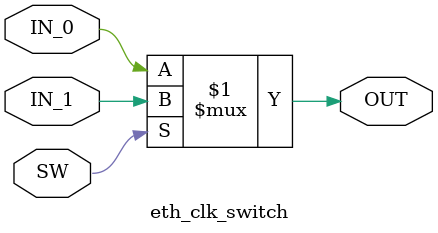
<source format=v>

`include "header.vh"

module eth_clk_switch (
  input       IN_0,
  input       IN_1,
  input       SW,
  output      OUT 
);

`ifdef MAC_TARGET_XILINX

  BUFGMUX U_BUFGMUX (
    .O ( OUT  ),
    .I0( IN_0 ),
    .I1( IN_1 ),
    .S ( SW   )
  );

`else

  assign OUT = SW ? IN_1 : IN_0;

`endif

endmodule

</source>
